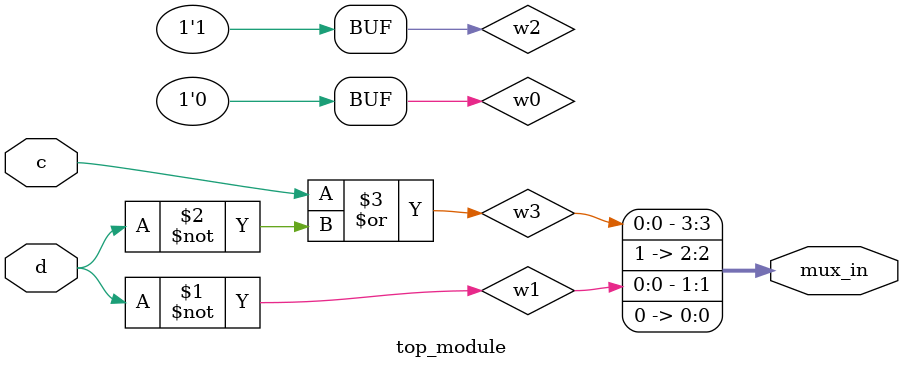
<source format=sv>
module top_module (
    input c,
    input d,
    output [3:0] mux_in
);

    // Intermediate wires for the 2-to-1 multiplexers
    wire w0, w1, w2, w3;

    // Karnaugh map entries based on c and d
    // mux_in[0] = F(c_d) where c_d = 00, F(c_d) = 0
    // mux_in[1] = F(c_d) where c_d = 01, F(c_d) = d'
    // mux_in[2] = F(c_d) where c_d = 11, F(c_d) = 1
    // mux_in[3] = F(c_d) where c_d = 10, F(c_d) = c + d'
    
    assign w0 = 1'b0; // Value for c_d = 00
    assign w1 = ~d;   // Value for c_d = 01
    assign w2 = 1'b1; // Value for c_d = 11
    assign w3 = c | ~d; // Value for c_d = 10

    // Connecting the intermediate wires to mux_in outputs
    assign mux_in[0] = w0;
    assign mux_in[1] = w1;
    assign mux_in[2] = w2;
    assign mux_in[3] = w3;

endmodule

</source>
